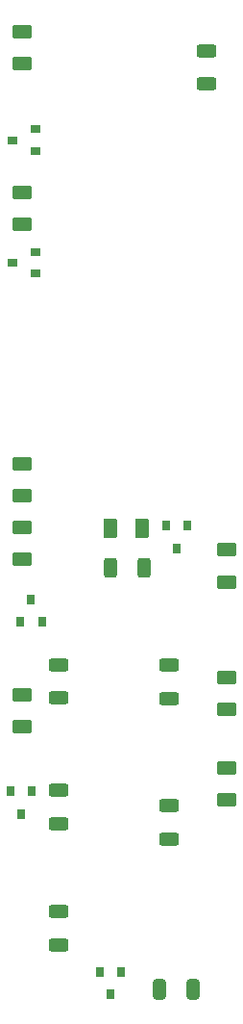
<source format=gtp>
%TF.GenerationSoftware,KiCad,Pcbnew,(6.0.0)*%
%TF.CreationDate,2022-01-21T00:33:54+01:00*%
%TF.ProjectId,LuciCameraLettoRoma,4c756369-4361-46d6-9572-614c6574746f,rev?*%
%TF.SameCoordinates,Original*%
%TF.FileFunction,Paste,Top*%
%TF.FilePolarity,Positive*%
%FSLAX46Y46*%
G04 Gerber Fmt 4.6, Leading zero omitted, Abs format (unit mm)*
G04 Created by KiCad (PCBNEW (6.0.0)) date 2022-01-21 00:33:54*
%MOMM*%
%LPD*%
G01*
G04 APERTURE LIST*
G04 Aperture macros list*
%AMRoundRect*
0 Rectangle with rounded corners*
0 $1 Rounding radius*
0 $2 $3 $4 $5 $6 $7 $8 $9 X,Y pos of 4 corners*
0 Add a 4 corners polygon primitive as box body*
4,1,4,$2,$3,$4,$5,$6,$7,$8,$9,$2,$3,0*
0 Add four circle primitives for the rounded corners*
1,1,$1+$1,$2,$3*
1,1,$1+$1,$4,$5*
1,1,$1+$1,$6,$7*
1,1,$1+$1,$8,$9*
0 Add four rect primitives between the rounded corners*
20,1,$1+$1,$2,$3,$4,$5,0*
20,1,$1+$1,$4,$5,$6,$7,0*
20,1,$1+$1,$6,$7,$8,$9,0*
20,1,$1+$1,$8,$9,$2,$3,0*%
G04 Aperture macros list end*
%ADD10RoundRect,0.249999X0.625001X-0.312501X0.625001X0.312501X-0.625001X0.312501X-0.625001X-0.312501X0*%
%ADD11RoundRect,0.250000X0.375000X0.625000X-0.375000X0.625000X-0.375000X-0.625000X0.375000X-0.625000X0*%
%ADD12R,0.900000X0.800000*%
%ADD13R,0.800000X0.900000*%
%ADD14RoundRect,0.249999X-0.325001X-0.650001X0.325001X-0.650001X0.325001X0.650001X-0.325001X0.650001X0*%
%ADD15RoundRect,0.250000X0.625000X-0.375000X0.625000X0.375000X-0.625000X0.375000X-0.625000X-0.375000X0*%
%ADD16RoundRect,0.250000X-0.625000X0.375000X-0.625000X-0.375000X0.625000X-0.375000X0.625000X0.375000X0*%
%ADD17RoundRect,0.249999X-0.625001X0.312501X-0.625001X-0.312501X0.625001X-0.312501X0.625001X0.312501X0*%
%ADD18RoundRect,0.249999X-0.312501X-0.625001X0.312501X-0.625001X0.312501X0.625001X-0.312501X0.625001X0*%
G04 APERTURE END LIST*
D10*
X147828000Y-69981000D03*
X147828000Y-67056000D03*
D11*
X142119000Y-109093000D03*
X139319000Y-109093000D03*
D12*
X132715000Y-75880000D03*
X132715000Y-73980000D03*
X130715000Y-74930000D03*
X132715000Y-86675000D03*
X132715000Y-84775000D03*
X130715000Y-85725000D03*
D13*
X131384000Y-117316000D03*
X133284000Y-117316000D03*
X132334000Y-115316000D03*
X132395000Y-132223000D03*
X130495000Y-132223000D03*
X131445000Y-134223000D03*
D10*
X134747000Y-135066500D03*
X134747000Y-132141500D03*
X134747000Y-124017500D03*
X134747000Y-121092500D03*
X134747000Y-145734500D03*
X134747000Y-142809500D03*
D14*
X143637000Y-149606000D03*
X146587000Y-149606000D03*
D15*
X149606000Y-132975000D03*
X149606000Y-130175000D03*
X149606000Y-124974000D03*
X149606000Y-122174000D03*
D16*
X149606000Y-110992000D03*
X149606000Y-113792000D03*
D13*
X140269000Y-148098000D03*
X138369000Y-148098000D03*
X139319000Y-150098000D03*
X146111000Y-108855000D03*
X144211000Y-108855000D03*
X145161000Y-110855000D03*
D17*
X144526000Y-133473500D03*
X144526000Y-136398500D03*
X144526000Y-121153500D03*
X144526000Y-124078500D03*
D18*
X139319500Y-112522000D03*
X142244500Y-112522000D03*
D15*
X131572000Y-68202000D03*
X131572000Y-65402000D03*
X131572000Y-82302000D03*
X131572000Y-79502000D03*
X131572000Y-106178000D03*
X131572000Y-103378000D03*
X131572000Y-111763000D03*
X131572000Y-108963000D03*
X131572000Y-126495000D03*
X131572000Y-123695000D03*
M02*

</source>
